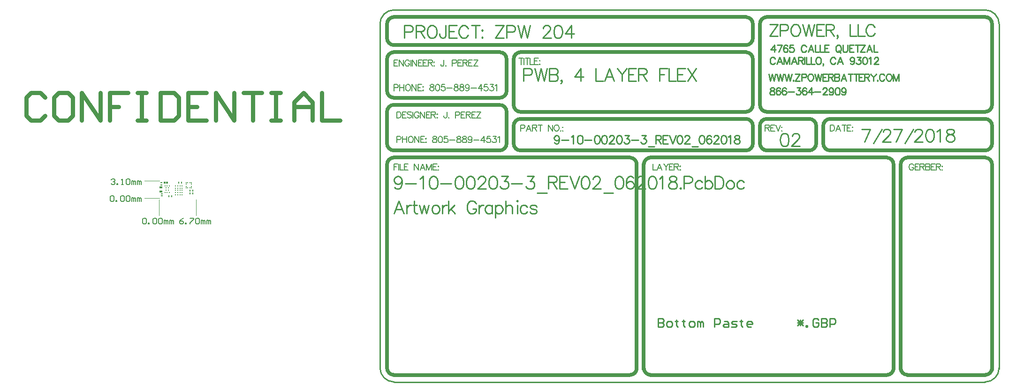
<source format=gbp>
G04*
G04 #@! TF.GenerationSoftware,Altium Limited,Altium Designer,18.1.7 (191)*
G04*
G04 Layer_Color=128*
%FSLAX25Y25*%
%MOIN*%
G70*
G01*
G75*
%ADD10C,0.01000*%
%ADD11C,0.02500*%
%ADD12C,0.00201*%
%ADD13C,0.00900*%
%ADD14C,0.02953*%
%ADD15C,0.00500*%
%ADD16C,0.00600*%
%ADD25R,0.01181X0.00945*%
%ADD26R,0.00984X0.01181*%
%ADD56C,0.00906*%
%ADD57R,0.01968X0.01575*%
%ADD58C,0.00689*%
%ADD59C,0.01063*%
%ADD60R,0.01181X0.01181*%
%ADD61R,0.00945X0.01181*%
D10*
X545208Y214087D02*
Y208089D01*
X548207D01*
X549207Y209088D01*
Y210088D01*
X548207Y211088D01*
X545208D01*
X548207D01*
X549207Y212087D01*
Y213087D01*
X548207Y214087D01*
X545208D01*
X552206Y208089D02*
X554205D01*
X555205Y209088D01*
Y211088D01*
X554205Y212087D01*
X552206D01*
X551206Y211088D01*
Y209088D01*
X552206Y208089D01*
X558204Y213087D02*
Y212087D01*
X557204D01*
X559203D01*
X558204D01*
Y209088D01*
X559203Y208089D01*
X563202Y213087D02*
Y212087D01*
X562203D01*
X564202D01*
X563202D01*
Y209088D01*
X564202Y208089D01*
X568201D02*
X570200D01*
X571200Y209088D01*
Y211088D01*
X570200Y212087D01*
X568201D01*
X567201Y211088D01*
Y209088D01*
X568201Y208089D01*
X573199D02*
Y212087D01*
X574199D01*
X575198Y211088D01*
Y208089D01*
Y211088D01*
X576198Y212087D01*
X577198Y211088D01*
Y208089D01*
X585195D02*
Y214087D01*
X588194D01*
X589194Y213087D01*
Y211088D01*
X588194Y210088D01*
X585195D01*
X592193Y212087D02*
X594192D01*
X595192Y211088D01*
Y208089D01*
X592193D01*
X591193Y209088D01*
X592193Y210088D01*
X595192D01*
X597191Y208089D02*
X600190D01*
X601190Y209088D01*
X600190Y210088D01*
X598191D01*
X597191Y211088D01*
X598191Y212087D01*
X601190D01*
X604189Y213087D02*
Y212087D01*
X603189D01*
X605189D01*
X604189D01*
Y209088D01*
X605189Y208089D01*
X611187D02*
X609187D01*
X608188Y209088D01*
Y211088D01*
X609187Y212087D01*
X611187D01*
X612186Y211088D01*
Y210088D01*
X608188D01*
X644176Y213087D02*
X648175Y209088D01*
X644176D02*
X648175Y213087D01*
X644176Y211088D02*
X648175D01*
X646175Y209088D02*
Y213087D01*
X650174Y208089D02*
Y209088D01*
X651174D01*
Y208089D01*
X650174D01*
X659171Y213087D02*
X658172Y214087D01*
X656172D01*
X655172Y213087D01*
Y209088D01*
X656172Y208089D01*
X658172D01*
X659171Y209088D01*
Y211088D01*
X657172D01*
X661170Y214087D02*
Y208089D01*
X664170D01*
X665169Y209088D01*
Y210088D01*
X664170Y211088D01*
X661170D01*
X664170D01*
X665169Y212087D01*
Y213087D01*
X664170Y214087D01*
X661170D01*
X667169Y208089D02*
Y214087D01*
X670168D01*
X671167Y213087D01*
Y211088D01*
X670168Y210088D01*
X667169D01*
X787532Y423682D02*
G03*
X777532Y433682I-10000J0D01*
G01*
Y168921D02*
G03*
X787532Y178921I0J10000D01*
G01*
X347532Y179022D02*
G03*
X357455Y168923I10100J0D01*
G01*
X357532Y433682D02*
G03*
X347532Y423682I0J-10000D01*
G01*
X357532Y168922D02*
X777532D01*
X357532Y433682D02*
X777532D01*
X787532Y178236D02*
Y423682D01*
X347532Y178727D02*
Y423682D01*
D11*
X530032Y323682D02*
G03*
X525032Y328682I-5000J0D01*
G01*
X525148Y173921D02*
G03*
X530030Y178889I84J4800D01*
G01*
X540032Y328682D02*
G03*
X535032Y323682I0J-5000D01*
G01*
Y178921D02*
G03*
X539944Y173922I5000J0D01*
G01*
X712532Y323682D02*
G03*
X707532Y328682I-5000J0D01*
G01*
X707648Y173921D02*
G03*
X712530Y178889I84J4800D01*
G01*
X717532Y178822D02*
G03*
X722517Y173922I4900J0D01*
G01*
X722532Y328682D02*
G03*
X717532Y323682I0J-5000D01*
G01*
X437532Y398782D02*
G03*
X432632Y403682I-4900J0D01*
G01*
X432732Y371182D02*
G03*
X437532Y375982I0J4800D01*
G01*
Y361282D02*
G03*
X432461Y366179I-4900J0D01*
G01*
X442532Y366082D02*
G03*
X447432Y361182I4900J0D01*
G01*
X442532Y338582D02*
G03*
X447432Y333682I4900J0D01*
G01*
X432632D02*
G03*
X437532Y338582I0J4900D01*
G01*
X612532Y351282D02*
G03*
X607632Y356182I-4900J0D01*
G01*
Y333682D02*
G03*
X612531Y338668I0J4900D01*
G01*
X617532Y338782D02*
G03*
X622543Y333683I5100J0D01*
G01*
X622332Y356182D02*
G03*
X617538Y351131I0J-4800D01*
G01*
X447532Y356182D02*
G03*
X442532Y351182I0J-5000D01*
G01*
X447532Y403682D02*
G03*
X442532Y398682I0J-5000D01*
G01*
X352532Y338682D02*
G03*
X357444Y333683I5000J0D01*
G01*
X357532Y366182D02*
G03*
X352532Y361182I0J-5000D01*
G01*
Y376182D02*
G03*
X357532Y371182I5000J0D01*
G01*
Y403682D02*
G03*
X352532Y398682I0J-5000D01*
G01*
Y413682D02*
G03*
X357532Y408682I5000J0D01*
G01*
Y428682D02*
G03*
X352532Y423682I0J-5000D01*
G01*
X612532D02*
G03*
X607532Y428682I-5000J0D01*
G01*
X622532D02*
G03*
X617532Y423682I0J-5000D01*
G01*
X607532Y408682D02*
G03*
X612532Y413682I0J5000D01*
G01*
Y398682D02*
G03*
X607532Y403682I-5000J0D01*
G01*
X357532Y328682D02*
G03*
X352532Y323682I0J-5000D01*
G01*
X607619Y361182D02*
G03*
X612533Y366182I-87J5000D01*
G01*
X352532Y178921D02*
G03*
X357444Y173922I5000J0D01*
G01*
X657532Y351282D02*
G03*
X652632Y356182I-4900J0D01*
G01*
X652532Y333682D02*
G03*
X657532Y338682I0J5000D01*
G01*
X777532Y173922D02*
G03*
X782532Y178921I0J5000D01*
G01*
X782532Y323770D02*
G03*
X777532Y328683I-5000J-87D01*
G01*
Y333682D02*
G03*
X782532Y338682I0J5000D01*
G01*
Y423782D02*
G03*
X777461Y428679I-4900J0D01*
G01*
X617532Y366182D02*
G03*
X622532Y361182I5000J0D01*
G01*
X777532D02*
G03*
X782532Y366182I0J5000D01*
G01*
X667532Y356182D02*
G03*
X662532Y351182I0J-5000D01*
G01*
X782532Y351282D02*
G03*
X777632Y356182I-4900J0D01*
G01*
X662532Y338582D02*
G03*
X667517Y333683I4900J0D01*
G01*
X540032Y173922D02*
X707532D01*
X357532D02*
X525032D01*
X357532Y328682D02*
X525032D01*
X540032D02*
X707532D01*
X722532Y173922D02*
X777532D01*
X722532Y328682D02*
X777532D01*
X357532Y428682D02*
X607532D01*
X357532Y333682D02*
X432532D01*
X357532Y366182D02*
X432532D01*
X357532Y371182D02*
X432532D01*
X357532Y403682D02*
X432532D01*
X357532Y408682D02*
X607532D01*
X447532Y403682D02*
X607532D01*
X447532Y356182D02*
X607532D01*
X447532Y333682D02*
X607532D01*
X622532D02*
X652532D01*
X622532Y356182D02*
X652532D01*
X667532Y333682D02*
X777532D01*
X622532Y428682D02*
X777532D01*
X447532Y361182D02*
X607619D01*
X622532D02*
X777532D01*
X667532Y356182D02*
X777532D01*
X530029Y178972D02*
X530032Y323682D01*
X535032Y178236D02*
Y323682D01*
X712529Y178236D02*
X712532Y323682D01*
X717532Y177990D02*
Y323682D01*
X352532Y338682D02*
Y361182D01*
X437532Y338682D02*
Y361182D01*
X352532Y376182D02*
Y398682D01*
X437532Y376182D02*
Y398682D01*
X352532Y413682D02*
Y423682D01*
X612532Y413682D02*
Y423682D01*
Y366182D02*
Y398682D01*
X442532Y366182D02*
Y398682D01*
X612532Y338682D02*
Y351182D01*
X442532Y338682D02*
Y351182D01*
X617532Y338682D02*
Y351182D01*
X657532Y338682D02*
Y351182D01*
X782532Y177745D02*
Y323682D01*
Y338682D02*
Y351282D01*
X352395Y178727D02*
X352532Y323682D01*
X617532Y366182D02*
Y423682D01*
X782532Y366182D02*
Y423682D01*
X662532Y338682D02*
Y351182D01*
D12*
X190499Y287573D02*
Y298923D01*
X216875Y287573D02*
Y298924D01*
X180061Y299902D02*
X190926D01*
X180061Y312107D02*
X190926D01*
D13*
X627735Y408701D02*
X625355Y405368D01*
X628925D01*
X627735Y408701D02*
Y403702D01*
X633139Y408701D02*
X630758Y403702D01*
X629806Y408701D02*
X633139D01*
X637114Y407986D02*
X636876Y408463D01*
X636162Y408701D01*
X635686D01*
X634972Y408463D01*
X634495Y407748D01*
X634257Y406558D01*
Y405368D01*
X634495Y404416D01*
X634972Y403940D01*
X635686Y403702D01*
X635924D01*
X636638Y403940D01*
X637114Y404416D01*
X637352Y405130D01*
Y405368D01*
X637114Y406082D01*
X636638Y406558D01*
X635924Y406796D01*
X635686D01*
X634972Y406558D01*
X634495Y406082D01*
X634257Y405368D01*
X641304Y408701D02*
X638923D01*
X638685Y406558D01*
X638923Y406796D01*
X639637Y407034D01*
X640351D01*
X641066Y406796D01*
X641542Y406320D01*
X641780Y405606D01*
Y405130D01*
X641542Y404416D01*
X641066Y403940D01*
X640351Y403702D01*
X639637D01*
X638923Y403940D01*
X638685Y404178D01*
X638447Y404654D01*
X650397Y407510D02*
X650159Y407986D01*
X649683Y408463D01*
X649207Y408701D01*
X648254D01*
X647778Y408463D01*
X647302Y407986D01*
X647064Y407510D01*
X646826Y406796D01*
Y405606D01*
X647064Y404892D01*
X647302Y404416D01*
X647778Y403940D01*
X648254Y403702D01*
X649207D01*
X649683Y403940D01*
X650159Y404416D01*
X650397Y404892D01*
X655610Y403702D02*
X653706Y408701D01*
X651801Y403702D01*
X652515Y405368D02*
X654896D01*
X656776Y408701D02*
Y403702D01*
X659633D01*
X660181Y408701D02*
Y403702D01*
X663037D01*
X666679Y408701D02*
X663585D01*
Y403702D01*
X666679D01*
X663585Y406320D02*
X665489D01*
X672868Y408701D02*
X672392Y408463D01*
X671916Y407986D01*
X671678Y407510D01*
X671440Y406796D01*
Y405606D01*
X671678Y404892D01*
X671916Y404416D01*
X672392Y403940D01*
X672868Y403702D01*
X673820D01*
X674297Y403940D01*
X674773Y404416D01*
X675011Y404892D01*
X675249Y405606D01*
Y406796D01*
X675011Y407510D01*
X674773Y407986D01*
X674297Y408463D01*
X673820Y408701D01*
X672868D01*
X673582Y404654D02*
X675011Y403226D01*
X676415Y408701D02*
Y405130D01*
X676653Y404416D01*
X677129Y403940D01*
X677843Y403702D01*
X678319D01*
X679034Y403940D01*
X679510Y404416D01*
X679748Y405130D01*
Y408701D01*
X684223D02*
X681128D01*
Y403702D01*
X684223D01*
X681128Y406320D02*
X683033D01*
X686722Y408701D02*
Y403702D01*
X685056Y408701D02*
X688389D01*
X692316D02*
X688984Y403702D01*
Y408701D02*
X692316D01*
X688984Y403702D02*
X692316D01*
X697244D02*
X695340Y408701D01*
X693435Y403702D01*
X694149Y405368D02*
X696530D01*
X698410Y408701D02*
Y403702D01*
X701267D01*
X628294Y398876D02*
X628056Y399352D01*
X627580Y399828D01*
X627104Y400066D01*
X626152D01*
X625676Y399828D01*
X625200Y399352D01*
X624962Y398876D01*
X624724Y398161D01*
Y396971D01*
X624962Y396257D01*
X625200Y395781D01*
X625676Y395305D01*
X626152Y395067D01*
X627104D01*
X627580Y395305D01*
X628056Y395781D01*
X628294Y396257D01*
X633508Y395067D02*
X631603Y400066D01*
X629699Y395067D01*
X630413Y396733D02*
X632794D01*
X634674Y400066D02*
Y395067D01*
Y400066D02*
X636578Y395067D01*
X638483Y400066D02*
X636578Y395067D01*
X638483Y400066D02*
Y395067D01*
X643720D02*
X641815Y400066D01*
X639911Y395067D01*
X640625Y396733D02*
X643006D01*
X644886Y400066D02*
Y395067D01*
Y400066D02*
X647028D01*
X647743Y399828D01*
X647981Y399590D01*
X648219Y399114D01*
Y398638D01*
X647981Y398161D01*
X647743Y397923D01*
X647028Y397685D01*
X644886D01*
X646552D02*
X648219Y395067D01*
X649338Y400066D02*
Y395067D01*
X650385Y400066D02*
Y395067D01*
X653241D01*
X653789Y400066D02*
Y395067D01*
X656645D01*
X658621Y400066D02*
X658145Y399828D01*
X657669Y399352D01*
X657431Y398876D01*
X657193Y398161D01*
Y396971D01*
X657431Y396257D01*
X657669Y395781D01*
X658145Y395305D01*
X658621Y395067D01*
X659573D01*
X660049Y395305D01*
X660526Y395781D01*
X660764Y396257D01*
X661002Y396971D01*
Y398161D01*
X660764Y398876D01*
X660526Y399352D01*
X660049Y399828D01*
X659573Y400066D01*
X658621D01*
X662644Y395305D02*
X662406Y395067D01*
X662168Y395305D01*
X662406Y395543D01*
X662644Y395305D01*
Y394829D01*
X662406Y394353D01*
X662168Y394115D01*
X671238Y398876D02*
X671000Y399352D01*
X670524Y399828D01*
X670047Y400066D01*
X669095D01*
X668619Y399828D01*
X668143Y399352D01*
X667905Y398876D01*
X667667Y398161D01*
Y396971D01*
X667905Y396257D01*
X668143Y395781D01*
X668619Y395305D01*
X669095Y395067D01*
X670047D01*
X670524Y395305D01*
X671000Y395781D01*
X671238Y396257D01*
X676451Y395067D02*
X674546Y400066D01*
X672642Y395067D01*
X673356Y396733D02*
X675737D01*
X684640Y398399D02*
X684401Y397685D01*
X683925Y397209D01*
X683211Y396971D01*
X682973D01*
X682259Y397209D01*
X681783Y397685D01*
X681545Y398399D01*
Y398638D01*
X681783Y399352D01*
X682259Y399828D01*
X682973Y400066D01*
X683211D01*
X683925Y399828D01*
X684401Y399352D01*
X684640Y398399D01*
Y397209D01*
X684401Y396019D01*
X683925Y395305D01*
X683211Y395067D01*
X682735D01*
X682021Y395305D01*
X681783Y395781D01*
X686472Y400066D02*
X689091D01*
X687663Y398161D01*
X688377D01*
X688853Y397923D01*
X689091Y397685D01*
X689329Y396971D01*
Y396495D01*
X689091Y395781D01*
X688615Y395305D01*
X687901Y395067D01*
X687187D01*
X686472Y395305D01*
X686234Y395543D01*
X685996Y396019D01*
X691876Y400066D02*
X691162Y399828D01*
X690686Y399114D01*
X690448Y397923D01*
Y397209D01*
X690686Y396019D01*
X691162Y395305D01*
X691876Y395067D01*
X692352D01*
X693066Y395305D01*
X693542Y396019D01*
X693780Y397209D01*
Y397923D01*
X693542Y399114D01*
X693066Y399828D01*
X692352Y400066D01*
X691876D01*
X694899Y399114D02*
X695375Y399352D01*
X696089Y400066D01*
Y395067D01*
X698803Y398876D02*
Y399114D01*
X699041Y399590D01*
X699279Y399828D01*
X699755Y400066D01*
X700707D01*
X701184Y399828D01*
X701422Y399590D01*
X701660Y399114D01*
Y398638D01*
X701422Y398161D01*
X700946Y397447D01*
X698565Y395067D01*
X701898D01*
X365032Y417967D02*
X368888D01*
X370173Y418396D01*
X370602Y418824D01*
X371030Y419681D01*
Y420966D01*
X370602Y421824D01*
X370173Y422252D01*
X368888Y422680D01*
X365032D01*
Y413682D01*
X373044Y422680D02*
Y413682D01*
Y422680D02*
X376901D01*
X378186Y422252D01*
X378614Y421824D01*
X379043Y420966D01*
Y420110D01*
X378614Y419253D01*
X378186Y418824D01*
X376901Y418396D01*
X373044D01*
X376044D02*
X379043Y413682D01*
X383628Y422680D02*
X382771Y422252D01*
X381914Y421395D01*
X381485Y420538D01*
X381057Y419253D01*
Y417110D01*
X381485Y415825D01*
X381914Y414968D01*
X382771Y414111D01*
X383628Y413682D01*
X385342D01*
X386198Y414111D01*
X387055Y414968D01*
X387484Y415825D01*
X387912Y417110D01*
Y419253D01*
X387484Y420538D01*
X387055Y421395D01*
X386198Y422252D01*
X385342Y422680D01*
X383628D01*
X394297D02*
Y415825D01*
X393868Y414539D01*
X393440Y414111D01*
X392583Y413682D01*
X391726D01*
X390869Y414111D01*
X390441Y414539D01*
X390012Y415825D01*
Y416682D01*
X402181Y422680D02*
X396611D01*
Y413682D01*
X402181D01*
X396611Y418396D02*
X400038D01*
X410108Y420538D02*
X409679Y421395D01*
X408822Y422252D01*
X407965Y422680D01*
X406251D01*
X405394Y422252D01*
X404537Y421395D01*
X404109Y420538D01*
X403681Y419253D01*
Y417110D01*
X404109Y415825D01*
X404537Y414968D01*
X405394Y414111D01*
X406251Y413682D01*
X407965D01*
X408822Y414111D01*
X409679Y414968D01*
X410108Y415825D01*
X415635Y422680D02*
Y413682D01*
X412636Y422680D02*
X418634D01*
X420134Y419681D02*
X419706Y419253D01*
X420134Y418824D01*
X420563Y419253D01*
X420134Y419681D01*
Y414539D02*
X419706Y414111D01*
X420134Y413682D01*
X420563Y414111D01*
X420134Y414539D01*
X435602Y422680D02*
X429603Y413682D01*
Y422680D02*
X435602D01*
X429603Y413682D02*
X435602D01*
X437616Y417967D02*
X441472D01*
X442758Y418396D01*
X443186Y418824D01*
X443615Y419681D01*
Y420966D01*
X443186Y421824D01*
X442758Y422252D01*
X441472Y422680D01*
X437616D01*
Y413682D01*
X445629Y422680D02*
X447771Y413682D01*
X449913Y422680D02*
X447771Y413682D01*
X449913Y422680D02*
X452056Y413682D01*
X454198Y422680D02*
X452056Y413682D01*
X463496Y420538D02*
Y420966D01*
X463925Y421824D01*
X464353Y422252D01*
X465210Y422680D01*
X466924D01*
X467781Y422252D01*
X468210Y421824D01*
X468638Y420966D01*
Y420110D01*
X468210Y419253D01*
X467352Y417967D01*
X463068Y413682D01*
X469066D01*
X473651Y422680D02*
X472366Y422252D01*
X471509Y420966D01*
X471080Y418824D01*
Y417539D01*
X471509Y415396D01*
X472366Y414111D01*
X473651Y413682D01*
X474508D01*
X475794Y414111D01*
X476650Y415396D01*
X477079Y417539D01*
Y418824D01*
X476650Y420966D01*
X475794Y422252D01*
X474508Y422680D01*
X473651D01*
X483378D02*
X479093Y416682D01*
X485520D01*
X483378Y422680D02*
Y413682D01*
X623824Y388273D02*
X625014Y383274D01*
X626204Y388273D02*
X625014Y383274D01*
X626204Y388273D02*
X627394Y383274D01*
X628585Y388273D02*
X627394Y383274D01*
X629585Y388273D02*
X630775Y383274D01*
X631965Y388273D02*
X630775Y383274D01*
X631965Y388273D02*
X633155Y383274D01*
X634345Y388273D02*
X633155Y383274D01*
X635345Y388273D02*
X636535Y383274D01*
X637726Y388273D02*
X636535Y383274D01*
X637726Y388273D02*
X638916Y383274D01*
X640106Y388273D02*
X638916Y383274D01*
X641344Y383750D02*
X641106Y383512D01*
X641344Y383274D01*
X641582Y383512D01*
X641344Y383750D01*
X646009Y388273D02*
X642677Y383274D01*
Y388273D02*
X646009D01*
X642677Y383274D02*
X646009D01*
X647128Y385654D02*
X649271D01*
X649985Y385892D01*
X650223Y386130D01*
X650461Y386606D01*
Y387320D01*
X650223Y387797D01*
X649985Y388035D01*
X649271Y388273D01*
X647128D01*
Y383274D01*
X653008Y388273D02*
X652532Y388035D01*
X652056Y387559D01*
X651818Y387082D01*
X651580Y386368D01*
Y385178D01*
X651818Y384464D01*
X652056Y383988D01*
X652532Y383512D01*
X653008Y383274D01*
X653960D01*
X654436Y383512D01*
X654912Y383988D01*
X655150Y384464D01*
X655388Y385178D01*
Y386368D01*
X655150Y387082D01*
X654912Y387559D01*
X654436Y388035D01*
X653960Y388273D01*
X653008D01*
X656555D02*
X657745Y383274D01*
X658935Y388273D02*
X657745Y383274D01*
X658935Y388273D02*
X660125Y383274D01*
X661316Y388273D02*
X660125Y383274D01*
X665410Y388273D02*
X662316D01*
Y383274D01*
X665410D01*
X662316Y385892D02*
X664220D01*
X666243Y388273D02*
Y383274D01*
Y388273D02*
X668386D01*
X669100Y388035D01*
X669338Y387797D01*
X669576Y387320D01*
Y386844D01*
X669338Y386368D01*
X669100Y386130D01*
X668386Y385892D01*
X666243D01*
X667910D02*
X669576Y383274D01*
X670695Y388273D02*
Y383274D01*
Y388273D02*
X672837D01*
X673551Y388035D01*
X673789Y387797D01*
X674027Y387320D01*
Y386844D01*
X673789Y386368D01*
X673551Y386130D01*
X672837Y385892D01*
X670695D02*
X672837D01*
X673551Y385654D01*
X673789Y385416D01*
X674027Y384940D01*
Y384226D01*
X673789Y383750D01*
X673551Y383512D01*
X672837Y383274D01*
X670695D01*
X678955D02*
X677050Y388273D01*
X675146Y383274D01*
X675860Y384940D02*
X678241D01*
X681788Y388273D02*
Y383274D01*
X680121Y388273D02*
X683454D01*
X685715D02*
Y383274D01*
X684049Y388273D02*
X687382D01*
X691071D02*
X687977D01*
Y383274D01*
X691071D01*
X687977Y385892D02*
X689881D01*
X691904Y388273D02*
Y383274D01*
Y388273D02*
X694047D01*
X694761Y388035D01*
X694999Y387797D01*
X695237Y387320D01*
Y386844D01*
X694999Y386368D01*
X694761Y386130D01*
X694047Y385892D01*
X691904D01*
X693571D02*
X695237Y383274D01*
X696356Y388273D02*
X698260Y385892D01*
Y383274D01*
X700165Y388273D02*
X698260Y385892D01*
X701045Y383750D02*
X700807Y383512D01*
X701045Y383274D01*
X701283Y383512D01*
X701045Y383750D01*
X705949Y387082D02*
X705711Y387559D01*
X705235Y388035D01*
X704759Y388273D01*
X703807D01*
X703331Y388035D01*
X702854Y387559D01*
X702616Y387082D01*
X702378Y386368D01*
Y385178D01*
X702616Y384464D01*
X702854Y383988D01*
X703331Y383512D01*
X703807Y383274D01*
X704759D01*
X705235Y383512D01*
X705711Y383988D01*
X705949Y384464D01*
X708782Y388273D02*
X708306Y388035D01*
X707830Y387559D01*
X707592Y387082D01*
X707353Y386368D01*
Y385178D01*
X707592Y384464D01*
X707830Y383988D01*
X708306Y383512D01*
X708782Y383274D01*
X709734D01*
X710210Y383512D01*
X710686Y383988D01*
X710924Y384464D01*
X711162Y385178D01*
Y386368D01*
X710924Y387082D01*
X710686Y387559D01*
X710210Y388035D01*
X709734Y388273D01*
X708782D01*
X712329D02*
Y383274D01*
Y388273D02*
X714233Y383274D01*
X716137Y388273D02*
X714233Y383274D01*
X716137Y388273D02*
Y383274D01*
X474980Y342441D02*
X474699Y341597D01*
X474136Y341035D01*
X473293Y340754D01*
X473012D01*
X472168Y341035D01*
X471606Y341597D01*
X471325Y342441D01*
Y342722D01*
X471606Y343565D01*
X472168Y344128D01*
X473012Y344409D01*
X473293D01*
X474136Y344128D01*
X474699Y343565D01*
X474980Y342441D01*
Y341035D01*
X474699Y339629D01*
X474136Y338786D01*
X473293Y338505D01*
X472731D01*
X471887Y338786D01*
X471606Y339348D01*
X476583Y341035D02*
X481643D01*
X483387Y343284D02*
X483949Y343565D01*
X484792Y344409D01*
Y338505D01*
X489403Y344409D02*
X488560Y344128D01*
X487997Y343284D01*
X487716Y341879D01*
Y341035D01*
X487997Y339629D01*
X488560Y338786D01*
X489403Y338505D01*
X489965D01*
X490809Y338786D01*
X491371Y339629D01*
X491652Y341035D01*
Y341879D01*
X491371Y343284D01*
X490809Y344128D01*
X489965Y344409D01*
X489403D01*
X492974Y341035D02*
X498035D01*
X501465Y344409D02*
X500621Y344128D01*
X500059Y343284D01*
X499778Y341879D01*
Y341035D01*
X500059Y339629D01*
X500621Y338786D01*
X501465Y338505D01*
X502027D01*
X502871Y338786D01*
X503433Y339629D01*
X503714Y341035D01*
Y341879D01*
X503433Y343284D01*
X502871Y344128D01*
X502027Y344409D01*
X501465D01*
X506722D02*
X505879Y344128D01*
X505317Y343284D01*
X505035Y341879D01*
Y341035D01*
X505317Y339629D01*
X505879Y338786D01*
X506722Y338505D01*
X507285D01*
X508128Y338786D01*
X508690Y339629D01*
X508972Y341035D01*
Y341879D01*
X508690Y343284D01*
X508128Y344128D01*
X507285Y344409D01*
X506722D01*
X510574Y343003D02*
Y343284D01*
X510855Y343847D01*
X511136Y344128D01*
X511699Y344409D01*
X512823D01*
X513386Y344128D01*
X513667Y343847D01*
X513948Y343284D01*
Y342722D01*
X513667Y342160D01*
X513105Y341316D01*
X510293Y338505D01*
X514229D01*
X517238Y344409D02*
X516394Y344128D01*
X515832Y343284D01*
X515551Y341879D01*
Y341035D01*
X515832Y339629D01*
X516394Y338786D01*
X517238Y338505D01*
X517800D01*
X518643Y338786D01*
X519206Y339629D01*
X519487Y341035D01*
Y341879D01*
X519206Y343284D01*
X518643Y344128D01*
X517800Y344409D01*
X517238D01*
X521371D02*
X524463D01*
X522776Y342160D01*
X523620D01*
X524182Y341879D01*
X524463Y341597D01*
X524744Y340754D01*
Y340192D01*
X524463Y339348D01*
X523901Y338786D01*
X523057Y338505D01*
X522214D01*
X521371Y338786D01*
X521089Y339067D01*
X520808Y339629D01*
X526066Y341035D02*
X531127D01*
X533432Y344409D02*
X536525D01*
X534838Y342160D01*
X535681D01*
X536244Y341879D01*
X536525Y341597D01*
X536806Y340754D01*
Y340192D01*
X536525Y339348D01*
X535962Y338786D01*
X535119Y338505D01*
X534275D01*
X533432Y338786D01*
X533151Y339067D01*
X532870Y339629D01*
X538127Y336537D02*
X542626D01*
X543385Y344409D02*
Y338505D01*
Y344409D02*
X545915D01*
X546759Y344128D01*
X547040Y343847D01*
X547321Y343284D01*
Y342722D01*
X547040Y342160D01*
X546759Y341879D01*
X545915Y341597D01*
X543385D01*
X545353D02*
X547321Y338505D01*
X552297Y344409D02*
X548642D01*
Y338505D01*
X552297D01*
X548642Y341597D02*
X550892D01*
X553281Y344409D02*
X555531Y338505D01*
X557780Y344409D02*
X555531Y338505D01*
X560226Y344409D02*
X559383Y344128D01*
X558820Y343284D01*
X558539Y341879D01*
Y341035D01*
X558820Y339629D01*
X559383Y338786D01*
X560226Y338505D01*
X560788D01*
X561632Y338786D01*
X562194Y339629D01*
X562475Y341035D01*
Y341879D01*
X562194Y343284D01*
X561632Y344128D01*
X560788Y344409D01*
X560226D01*
X564078Y343003D02*
Y343284D01*
X564359Y343847D01*
X564640Y344128D01*
X565203Y344409D01*
X566327D01*
X566889Y344128D01*
X567171Y343847D01*
X567452Y343284D01*
Y342722D01*
X567171Y342160D01*
X566608Y341316D01*
X563797Y338505D01*
X567733D01*
X569054Y336537D02*
X573553D01*
X575999Y344409D02*
X575155Y344128D01*
X574593Y343284D01*
X574312Y341879D01*
Y341035D01*
X574593Y339629D01*
X575155Y338786D01*
X575999Y338505D01*
X576561D01*
X577405Y338786D01*
X577967Y339629D01*
X578248Y341035D01*
Y341879D01*
X577967Y343284D01*
X577405Y344128D01*
X576561Y344409D01*
X575999D01*
X582943Y343565D02*
X582662Y344128D01*
X581819Y344409D01*
X581256D01*
X580413Y344128D01*
X579851Y343284D01*
X579569Y341879D01*
Y340473D01*
X579851Y339348D01*
X580413Y338786D01*
X581256Y338505D01*
X581538D01*
X582381Y338786D01*
X582943Y339348D01*
X583224Y340192D01*
Y340473D01*
X582943Y341316D01*
X582381Y341879D01*
X581538Y342160D01*
X581256D01*
X580413Y341879D01*
X579851Y341316D01*
X579569Y340473D01*
X584799Y343003D02*
Y343284D01*
X585080Y343847D01*
X585361Y344128D01*
X585924Y344409D01*
X587048D01*
X587610Y344128D01*
X587892Y343847D01*
X588173Y343284D01*
Y342722D01*
X587892Y342160D01*
X587329Y341316D01*
X584518Y338505D01*
X588454D01*
X591462Y344409D02*
X590619Y344128D01*
X590057Y343284D01*
X589775Y341879D01*
Y341035D01*
X590057Y339629D01*
X590619Y338786D01*
X591462Y338505D01*
X592025D01*
X592868Y338786D01*
X593430Y339629D01*
X593712Y341035D01*
Y341879D01*
X593430Y343284D01*
X592868Y344128D01*
X592025Y344409D01*
X591462D01*
X595033Y343284D02*
X595595Y343565D01*
X596439Y344409D01*
Y338505D01*
X600769Y344409D02*
X599925Y344128D01*
X599644Y343565D01*
Y343003D01*
X599925Y342441D01*
X600487Y342160D01*
X601612Y341879D01*
X602456Y341597D01*
X603018Y341035D01*
X603299Y340473D01*
Y339629D01*
X603018Y339067D01*
X602737Y338786D01*
X601893Y338505D01*
X600769D01*
X599925Y338786D01*
X599644Y339067D01*
X599363Y339629D01*
Y340473D01*
X599644Y341035D01*
X600206Y341597D01*
X601050Y341879D01*
X602174Y342160D01*
X602737Y342441D01*
X603018Y343003D01*
Y343565D01*
X602737Y344128D01*
X601893Y344409D01*
X600769D01*
X449639Y387342D02*
X453495D01*
X454780Y387771D01*
X455209Y388199D01*
X455638Y389056D01*
Y390341D01*
X455209Y391198D01*
X454780Y391627D01*
X453495Y392055D01*
X449639D01*
Y383057D01*
X457651Y392055D02*
X459794Y383057D01*
X461936Y392055D02*
X459794Y383057D01*
X461936Y392055D02*
X464079Y383057D01*
X466221Y392055D02*
X464079Y383057D01*
X468020Y392055D02*
Y383057D01*
Y392055D02*
X471877D01*
X473162Y391627D01*
X473591Y391198D01*
X474019Y390341D01*
Y389484D01*
X473591Y388627D01*
X473162Y388199D01*
X471877Y387771D01*
X468020D02*
X471877D01*
X473162Y387342D01*
X473591Y386913D01*
X474019Y386057D01*
Y384771D01*
X473591Y383914D01*
X473162Y383486D01*
X471877Y383057D01*
X468020D01*
X476890Y383486D02*
X476462Y383057D01*
X476033Y383486D01*
X476462Y383914D01*
X476890Y383486D01*
Y382629D01*
X476462Y381772D01*
X476033Y381343D01*
X490216Y392055D02*
X485931Y386057D01*
X492358D01*
X490216Y392055D02*
Y383057D01*
X501014Y392055D02*
Y383057D01*
X506155D01*
X513996D02*
X510569Y392055D01*
X507141Y383057D01*
X508426Y386057D02*
X512711D01*
X516096Y392055D02*
X519524Y387771D01*
Y383057D01*
X522952Y392055D02*
X519524Y387771D01*
X529679Y392055D02*
X524109D01*
Y383057D01*
X529679D01*
X524109Y387771D02*
X527536D01*
X531178Y392055D02*
Y383057D01*
Y392055D02*
X535035D01*
X536320Y391627D01*
X536749Y391198D01*
X537177Y390341D01*
Y389484D01*
X536749Y388627D01*
X536320Y388199D01*
X535035Y387771D01*
X531178D01*
X534178D02*
X537177Y383057D01*
X546261Y392055D02*
Y383057D01*
Y392055D02*
X551831D01*
X546261Y387771D02*
X549689D01*
X552859Y392055D02*
Y383057D01*
X558001D01*
X564557Y392055D02*
X558987D01*
Y383057D01*
X564557D01*
X558987Y387771D02*
X562415D01*
X566057Y392055D02*
X572055Y383057D01*
Y392055D02*
X566057Y383057D01*
X363102Y312281D02*
X362673Y310996D01*
X361817Y310139D01*
X360531Y309710D01*
X360103D01*
X358817Y310139D01*
X357960Y310996D01*
X357532Y312281D01*
Y312710D01*
X357960Y313995D01*
X358817Y314852D01*
X360103Y315281D01*
X360531D01*
X361817Y314852D01*
X362673Y313995D01*
X363102Y312281D01*
Y310139D01*
X362673Y307996D01*
X361817Y306711D01*
X360531Y306282D01*
X359674D01*
X358389Y306711D01*
X357960Y307568D01*
X365544Y310139D02*
X373257D01*
X375913Y313567D02*
X376770Y313995D01*
X378056Y315281D01*
Y306282D01*
X385083Y315281D02*
X383798Y314852D01*
X382941Y313567D01*
X382512Y311424D01*
Y310139D01*
X382941Y307996D01*
X383798Y306711D01*
X385083Y306282D01*
X385940D01*
X387225Y306711D01*
X388082Y307996D01*
X388511Y310139D01*
Y311424D01*
X388082Y313567D01*
X387225Y314852D01*
X385940Y315281D01*
X385083D01*
X390525Y310139D02*
X398237D01*
X403465Y315281D02*
X402179Y314852D01*
X401322Y313567D01*
X400894Y311424D01*
Y310139D01*
X401322Y307996D01*
X402179Y306711D01*
X403465Y306282D01*
X404322D01*
X405607Y306711D01*
X406464Y307996D01*
X406892Y310139D01*
Y311424D01*
X406464Y313567D01*
X405607Y314852D01*
X404322Y315281D01*
X403465D01*
X411477D02*
X410192Y314852D01*
X409335Y313567D01*
X408906Y311424D01*
Y310139D01*
X409335Y307996D01*
X410192Y306711D01*
X411477Y306282D01*
X412334D01*
X413620Y306711D01*
X414477Y307996D01*
X414905Y310139D01*
Y311424D01*
X414477Y313567D01*
X413620Y314852D01*
X412334Y315281D01*
X411477D01*
X417347Y313138D02*
Y313567D01*
X417776Y314423D01*
X418204Y314852D01*
X419061Y315281D01*
X420775D01*
X421632Y314852D01*
X422061Y314423D01*
X422489Y313567D01*
Y312710D01*
X422061Y311853D01*
X421204Y310567D01*
X416919Y306282D01*
X422918D01*
X427502Y315281D02*
X426217Y314852D01*
X425360Y313567D01*
X424931Y311424D01*
Y310139D01*
X425360Y307996D01*
X426217Y306711D01*
X427502Y306282D01*
X428359D01*
X429645Y306711D01*
X430502Y307996D01*
X430930Y310139D01*
Y311424D01*
X430502Y313567D01*
X429645Y314852D01*
X428359Y315281D01*
X427502D01*
X433801D02*
X438514D01*
X435944Y311853D01*
X437229D01*
X438086Y311424D01*
X438514Y310996D01*
X438943Y309710D01*
Y308853D01*
X438514Y307568D01*
X437657Y306711D01*
X436372Y306282D01*
X435086D01*
X433801Y306711D01*
X433373Y307139D01*
X432944Y307996D01*
X440957Y310139D02*
X448669D01*
X452183Y315281D02*
X456896D01*
X454325Y311853D01*
X455611D01*
X456468Y311424D01*
X456896Y310996D01*
X457325Y309710D01*
Y308853D01*
X456896Y307568D01*
X456039Y306711D01*
X454754Y306282D01*
X453468D01*
X452183Y306711D01*
X451754Y307139D01*
X451326Y307996D01*
X459338Y303283D02*
X466194D01*
X467351Y315281D02*
Y306282D01*
Y315281D02*
X471207D01*
X472493Y314852D01*
X472921Y314423D01*
X473350Y313567D01*
Y312710D01*
X472921Y311853D01*
X472493Y311424D01*
X471207Y310996D01*
X467351D01*
X470350D02*
X473350Y306282D01*
X480934Y315281D02*
X475364D01*
Y306282D01*
X480934D01*
X475364Y310996D02*
X478791D01*
X482434Y315281D02*
X485861Y306282D01*
X489289Y315281D02*
X485861Y306282D01*
X493017Y315281D02*
X491732Y314852D01*
X490874Y313567D01*
X490446Y311424D01*
Y310139D01*
X490874Y307996D01*
X491732Y306711D01*
X493017Y306282D01*
X493874D01*
X495159Y306711D01*
X496016Y307996D01*
X496445Y310139D01*
Y311424D01*
X496016Y313567D01*
X495159Y314852D01*
X493874Y315281D01*
X493017D01*
X498887Y313138D02*
Y313567D01*
X499316Y314423D01*
X499744Y314852D01*
X500601Y315281D01*
X502315D01*
X503172Y314852D01*
X503600Y314423D01*
X504029Y313567D01*
Y312710D01*
X503600Y311853D01*
X502743Y310567D01*
X498459Y306282D01*
X504457D01*
X506471Y303283D02*
X513327D01*
X517055Y315281D02*
X515769Y314852D01*
X514912Y313567D01*
X514484Y311424D01*
Y310139D01*
X514912Y307996D01*
X515769Y306711D01*
X517055Y306282D01*
X517912D01*
X519197Y306711D01*
X520054Y307996D01*
X520482Y310139D01*
Y311424D01*
X520054Y313567D01*
X519197Y314852D01*
X517912Y315281D01*
X517055D01*
X527638Y313995D02*
X527210Y314852D01*
X525924Y315281D01*
X525067D01*
X523782Y314852D01*
X522925Y313567D01*
X522496Y311424D01*
Y309282D01*
X522925Y307568D01*
X523782Y306711D01*
X525067Y306282D01*
X525496D01*
X526781Y306711D01*
X527638Y307568D01*
X528067Y308853D01*
Y309282D01*
X527638Y310567D01*
X526781Y311424D01*
X525496Y311853D01*
X525067D01*
X523782Y311424D01*
X522925Y310567D01*
X522496Y309282D01*
X530466Y313138D02*
Y313567D01*
X530895Y314423D01*
X531323Y314852D01*
X532180Y315281D01*
X533894D01*
X534751Y314852D01*
X535179Y314423D01*
X535608Y313567D01*
Y312710D01*
X535179Y311853D01*
X534322Y310567D01*
X530038Y306282D01*
X536036D01*
X540621Y315281D02*
X539336Y314852D01*
X538479Y313567D01*
X538050Y311424D01*
Y310139D01*
X538479Y307996D01*
X539336Y306711D01*
X540621Y306282D01*
X541478D01*
X542763Y306711D01*
X543620Y307996D01*
X544049Y310139D01*
Y311424D01*
X543620Y313567D01*
X542763Y314852D01*
X541478Y315281D01*
X540621D01*
X546063Y313567D02*
X546920Y313995D01*
X548205Y315281D01*
Y306282D01*
X554804Y315281D02*
X553518Y314852D01*
X553090Y313995D01*
Y313138D01*
X553518Y312281D01*
X554375Y311853D01*
X556089Y311424D01*
X557375Y310996D01*
X558231Y310139D01*
X558660Y309282D01*
Y307996D01*
X558231Y307139D01*
X557803Y306711D01*
X556518Y306282D01*
X554804D01*
X553518Y306711D01*
X553090Y307139D01*
X552661Y307996D01*
Y309282D01*
X553090Y310139D01*
X553947Y310996D01*
X555232Y311424D01*
X556946Y311853D01*
X557803Y312281D01*
X558231Y313138D01*
Y313995D01*
X557803Y314852D01*
X556518Y315281D01*
X554804D01*
X561102Y307139D02*
X560674Y306711D01*
X561102Y306282D01*
X561531Y306711D01*
X561102Y307139D01*
X563502Y310567D02*
X567358D01*
X568644Y310996D01*
X569072Y311424D01*
X569501Y312281D01*
Y313567D01*
X569072Y314423D01*
X568644Y314852D01*
X567358Y315281D01*
X563502D01*
Y306282D01*
X576656Y310996D02*
X575799Y311853D01*
X574942Y312281D01*
X573657D01*
X572800Y311853D01*
X571943Y310996D01*
X571514Y309710D01*
Y308853D01*
X571943Y307568D01*
X572800Y306711D01*
X573657Y306282D01*
X574942D01*
X575799Y306711D01*
X576656Y307568D01*
X578584Y315281D02*
Y306282D01*
Y310996D02*
X579441Y311853D01*
X580298Y312281D01*
X581584D01*
X582441Y311853D01*
X583298Y310996D01*
X583726Y309710D01*
Y308853D01*
X583298Y307568D01*
X582441Y306711D01*
X581584Y306282D01*
X580298D01*
X579441Y306711D01*
X578584Y307568D01*
X585654Y315281D02*
Y306282D01*
Y315281D02*
X588654D01*
X589939Y314852D01*
X590796Y313995D01*
X591224Y313138D01*
X591653Y311853D01*
Y309710D01*
X591224Y308425D01*
X590796Y307568D01*
X589939Y306711D01*
X588654Y306282D01*
X585654D01*
X595809Y312281D02*
X594952Y311853D01*
X594095Y310996D01*
X593667Y309710D01*
Y308853D01*
X594095Y307568D01*
X594952Y306711D01*
X595809Y306282D01*
X597095D01*
X597952Y306711D01*
X598809Y307568D01*
X599237Y308853D01*
Y309710D01*
X598809Y310996D01*
X597952Y311853D01*
X597095Y312281D01*
X595809D01*
X606350Y310996D02*
X605493Y311853D01*
X604636Y312281D01*
X603350D01*
X602493Y311853D01*
X601637Y310996D01*
X601208Y309710D01*
Y308853D01*
X601637Y307568D01*
X602493Y306711D01*
X603350Y306282D01*
X604636D01*
X605493Y306711D01*
X606350Y307568D01*
X364387Y288782D02*
X360960Y297780D01*
X357532Y288782D01*
X358817Y291782D02*
X363102D01*
X366487Y294781D02*
Y288782D01*
Y292210D02*
X366915Y293496D01*
X367772Y294353D01*
X368629Y294781D01*
X369915D01*
X372014Y297780D02*
Y290496D01*
X372443Y289211D01*
X373300Y288782D01*
X374157D01*
X370729Y294781D02*
X373728D01*
X375442D02*
X377156Y288782D01*
X378870Y294781D02*
X377156Y288782D01*
X378870Y294781D02*
X380584Y288782D01*
X382298Y294781D02*
X380584Y288782D01*
X386540Y294781D02*
X385683Y294353D01*
X384826Y293496D01*
X384397Y292210D01*
Y291353D01*
X384826Y290068D01*
X385683Y289211D01*
X386540Y288782D01*
X387825D01*
X388682Y289211D01*
X389539Y290068D01*
X389968Y291353D01*
Y292210D01*
X389539Y293496D01*
X388682Y294353D01*
X387825Y294781D01*
X386540D01*
X391939D02*
Y288782D01*
Y292210D02*
X392367Y293496D01*
X393224Y294353D01*
X394081Y294781D01*
X395366D01*
X396181Y297780D02*
Y288782D01*
X400465Y294781D02*
X396181Y290496D01*
X397894Y292210D02*
X400894Y288782D01*
X415805Y295638D02*
X415376Y296495D01*
X414519Y297352D01*
X413662Y297780D01*
X411949D01*
X411092Y297352D01*
X410235Y296495D01*
X409806Y295638D01*
X409378Y294353D01*
Y292210D01*
X409806Y290925D01*
X410235Y290068D01*
X411092Y289211D01*
X411949Y288782D01*
X413662D01*
X414519Y289211D01*
X415376Y290068D01*
X415805Y290925D01*
Y292210D01*
X413662D02*
X415805D01*
X417862Y294781D02*
Y288782D01*
Y292210D02*
X418290Y293496D01*
X419147Y294353D01*
X420004Y294781D01*
X421289D01*
X427245D02*
Y288782D01*
Y293496D02*
X426388Y294353D01*
X425531Y294781D01*
X424246D01*
X423389Y294353D01*
X422532Y293496D01*
X422104Y292210D01*
Y291353D01*
X422532Y290068D01*
X423389Y289211D01*
X424246Y288782D01*
X425531D01*
X426388Y289211D01*
X427245Y290068D01*
X429645Y294781D02*
Y285783D01*
Y293496D02*
X430502Y294353D01*
X431359Y294781D01*
X432644D01*
X433501Y294353D01*
X434358Y293496D01*
X434787Y292210D01*
Y291353D01*
X434358Y290068D01*
X433501Y289211D01*
X432644Y288782D01*
X431359D01*
X430502Y289211D01*
X429645Y290068D01*
X436715Y297780D02*
Y288782D01*
Y293067D02*
X438000Y294353D01*
X438857Y294781D01*
X440142D01*
X441000Y294353D01*
X441428Y293067D01*
Y288782D01*
X444642Y297780D02*
X445070Y297352D01*
X445499Y297780D01*
X445070Y298209D01*
X444642Y297780D01*
X445070Y294781D02*
Y288782D01*
X452226Y293496D02*
X451369Y294353D01*
X450512Y294781D01*
X449226D01*
X448369Y294353D01*
X447512Y293496D01*
X447084Y292210D01*
Y291353D01*
X447512Y290068D01*
X448369Y289211D01*
X449226Y288782D01*
X450512D01*
X451369Y289211D01*
X452226Y290068D01*
X458867Y293496D02*
X458439Y294353D01*
X457153Y294781D01*
X455868D01*
X454582Y294353D01*
X454154Y293496D01*
X454582Y292639D01*
X455439Y292210D01*
X457582Y291782D01*
X458439Y291353D01*
X458867Y290496D01*
Y290068D01*
X458439Y289211D01*
X457153Y288782D01*
X455868D01*
X454582Y289211D01*
X454154Y290068D01*
X634578Y345791D02*
X633292Y345363D01*
X632436Y344077D01*
X632007Y341935D01*
Y340650D01*
X632436Y338507D01*
X633292Y337222D01*
X634578Y336793D01*
X635435D01*
X636720Y337222D01*
X637577Y338507D01*
X638006Y340650D01*
Y341935D01*
X637577Y344077D01*
X636720Y345363D01*
X635435Y345791D01*
X634578D01*
X640448Y343649D02*
Y344077D01*
X640876Y344934D01*
X641305Y345363D01*
X642162Y345791D01*
X643876D01*
X644733Y345363D01*
X645161Y344934D01*
X645590Y344077D01*
Y343220D01*
X645161Y342363D01*
X644304Y341078D01*
X640020Y336793D01*
X646018D01*
X630100Y423476D02*
X624435Y414977D01*
Y423476D02*
X630100D01*
X624435Y414977D02*
X630100D01*
X632002Y419024D02*
X635644D01*
X636858Y419429D01*
X637263Y419833D01*
X637668Y420643D01*
Y421857D01*
X637263Y422666D01*
X636858Y423071D01*
X635644Y423476D01*
X632002D01*
Y414977D01*
X641998Y423476D02*
X641188Y423071D01*
X640379Y422261D01*
X639974Y421452D01*
X639570Y420238D01*
Y418215D01*
X639974Y417001D01*
X640379Y416191D01*
X641188Y415382D01*
X641998Y414977D01*
X643616D01*
X644426Y415382D01*
X645235Y416191D01*
X645640Y417001D01*
X646044Y418215D01*
Y420238D01*
X645640Y421452D01*
X645235Y422261D01*
X644426Y423071D01*
X643616Y423476D01*
X641998D01*
X648027D02*
X650051Y414977D01*
X652074Y423476D02*
X650051Y414977D01*
X652074Y423476D02*
X654098Y414977D01*
X656121Y423476D02*
X654098Y414977D01*
X663081Y423476D02*
X657821D01*
Y414977D01*
X663081D01*
X657821Y419429D02*
X661058D01*
X664498Y423476D02*
Y414977D01*
Y423476D02*
X668140D01*
X669354Y423071D01*
X669758Y422666D01*
X670163Y421857D01*
Y421047D01*
X669758Y420238D01*
X669354Y419833D01*
X668140Y419429D01*
X664498D01*
X667330D02*
X670163Y414977D01*
X672874Y415382D02*
X672470Y414977D01*
X672065Y415382D01*
X672470Y415787D01*
X672874Y415382D01*
Y414573D01*
X672470Y413763D01*
X672065Y413359D01*
X681413Y423476D02*
Y414977D01*
X686269D01*
X687200Y423476D02*
Y414977D01*
X692056D01*
X699057Y421452D02*
X698652Y422261D01*
X697843Y423071D01*
X697034Y423476D01*
X695415D01*
X694605Y423071D01*
X693796Y422261D01*
X693392Y421452D01*
X692987Y420238D01*
Y418215D01*
X693392Y417001D01*
X693796Y416191D01*
X694605Y415382D01*
X695415Y414977D01*
X697034D01*
X697843Y415382D01*
X698652Y416191D01*
X699057Y417001D01*
X696030Y348931D02*
X691746Y339932D01*
X690032Y348931D02*
X696030D01*
X698044Y338647D02*
X704043Y348931D01*
X705071Y346788D02*
Y347217D01*
X705500Y348074D01*
X705928Y348502D01*
X706785Y348931D01*
X708499D01*
X709356Y348502D01*
X709785Y348074D01*
X710213Y347217D01*
Y346360D01*
X709785Y345503D01*
X708928Y344217D01*
X704643Y339932D01*
X710641D01*
X718654Y348931D02*
X714369Y339932D01*
X712655Y348931D02*
X718654D01*
X720668Y338647D02*
X726667Y348931D01*
X727695Y346788D02*
Y347217D01*
X728124Y348074D01*
X728552Y348502D01*
X729409Y348931D01*
X731123D01*
X731980Y348502D01*
X732408Y348074D01*
X732837Y347217D01*
Y346360D01*
X732408Y345503D01*
X731551Y344217D01*
X727267Y339932D01*
X733265D01*
X737850Y348931D02*
X736565Y348502D01*
X735708Y347217D01*
X735279Y345074D01*
Y343789D01*
X735708Y341646D01*
X736565Y340361D01*
X737850Y339932D01*
X738707D01*
X739992Y340361D01*
X740849Y341646D01*
X741278Y343789D01*
Y345074D01*
X740849Y347217D01*
X739992Y348502D01*
X738707Y348931D01*
X737850D01*
X743292Y347217D02*
X744149Y347645D01*
X745434Y348931D01*
Y339932D01*
X752033Y348931D02*
X750747Y348502D01*
X750319Y347645D01*
Y346788D01*
X750747Y345931D01*
X751604Y345503D01*
X753318Y345074D01*
X754604Y344646D01*
X755461Y343789D01*
X755889Y342932D01*
Y341646D01*
X755461Y340789D01*
X755032Y340361D01*
X753747Y339932D01*
X752033D01*
X750747Y340361D01*
X750319Y340789D01*
X749890Y341646D01*
Y342932D01*
X750319Y343789D01*
X751176Y344646D01*
X752461Y345074D01*
X754175Y345503D01*
X755032Y345931D01*
X755461Y346788D01*
Y347645D01*
X755032Y348502D01*
X753747Y348931D01*
X752033D01*
X625829Y378306D02*
X625115Y378068D01*
X624877Y377592D01*
Y377116D01*
X625115Y376640D01*
X625591Y376402D01*
X626543Y376164D01*
X627257Y375926D01*
X627733Y375450D01*
X627971Y374974D01*
Y374259D01*
X627733Y373783D01*
X627495Y373545D01*
X626781Y373307D01*
X625829D01*
X625115Y373545D01*
X624877Y373783D01*
X624639Y374259D01*
Y374974D01*
X624877Y375450D01*
X625353Y375926D01*
X626067Y376164D01*
X627019Y376402D01*
X627495Y376640D01*
X627733Y377116D01*
Y377592D01*
X627495Y378068D01*
X626781Y378306D01*
X625829D01*
X631947Y377592D02*
X631709Y378068D01*
X630995Y378306D01*
X630518D01*
X629804Y378068D01*
X629328Y377354D01*
X629090Y376164D01*
Y374974D01*
X629328Y374021D01*
X629804Y373545D01*
X630518Y373307D01*
X630757D01*
X631471Y373545D01*
X631947Y374021D01*
X632185Y374735D01*
Y374974D01*
X631947Y375688D01*
X631471Y376164D01*
X630757Y376402D01*
X630518D01*
X629804Y376164D01*
X629328Y375688D01*
X629090Y374974D01*
X636136Y377592D02*
X635898Y378068D01*
X635184Y378306D01*
X634708D01*
X633994Y378068D01*
X633518Y377354D01*
X633280Y376164D01*
Y374974D01*
X633518Y374021D01*
X633994Y373545D01*
X634708Y373307D01*
X634946D01*
X635660Y373545D01*
X636136Y374021D01*
X636374Y374735D01*
Y374974D01*
X636136Y375688D01*
X635660Y376164D01*
X634946Y376402D01*
X634708D01*
X633994Y376164D01*
X633518Y375688D01*
X633280Y374974D01*
X637469Y375450D02*
X641754D01*
X643706Y378306D02*
X646325D01*
X644896Y376402D01*
X645611D01*
X646087Y376164D01*
X646325Y375926D01*
X646563Y375212D01*
Y374735D01*
X646325Y374021D01*
X645849Y373545D01*
X645134Y373307D01*
X644420D01*
X643706Y373545D01*
X643468Y373783D01*
X643230Y374259D01*
X650538Y377592D02*
X650300Y378068D01*
X649586Y378306D01*
X649110D01*
X648396Y378068D01*
X647920Y377354D01*
X647681Y376164D01*
Y374974D01*
X647920Y374021D01*
X648396Y373545D01*
X649110Y373307D01*
X649348D01*
X650062Y373545D01*
X650538Y374021D01*
X650776Y374735D01*
Y374974D01*
X650538Y375688D01*
X650062Y376164D01*
X649348Y376402D01*
X649110D01*
X648396Y376164D01*
X647920Y375688D01*
X647681Y374974D01*
X654251Y378306D02*
X651871Y374974D01*
X655442D01*
X654251Y378306D02*
Y373307D01*
X656322Y375450D02*
X660607D01*
X662321Y377116D02*
Y377354D01*
X662559Y377830D01*
X662797Y378068D01*
X663273Y378306D01*
X664225D01*
X664702Y378068D01*
X664940Y377830D01*
X665178Y377354D01*
Y376878D01*
X664940Y376402D01*
X664464Y375688D01*
X662083Y373307D01*
X665416D01*
X669629Y376640D02*
X669391Y375926D01*
X668915Y375450D01*
X668201Y375212D01*
X667963D01*
X667249Y375450D01*
X666773Y375926D01*
X666535Y376640D01*
Y376878D01*
X666773Y377592D01*
X667249Y378068D01*
X667963Y378306D01*
X668201D01*
X668915Y378068D01*
X669391Y377592D01*
X669629Y376640D01*
Y375450D01*
X669391Y374259D01*
X668915Y373545D01*
X668201Y373307D01*
X667725D01*
X667011Y373545D01*
X666773Y374021D01*
X672414Y378306D02*
X671700Y378068D01*
X671224Y377354D01*
X670986Y376164D01*
Y375450D01*
X671224Y374259D01*
X671700Y373545D01*
X672414Y373307D01*
X672890D01*
X673604Y373545D01*
X674081Y374259D01*
X674319Y375450D01*
Y376164D01*
X674081Y377354D01*
X673604Y378068D01*
X672890Y378306D01*
X672414D01*
X678532Y376640D02*
X678294Y375926D01*
X677818Y375450D01*
X677104Y375212D01*
X676866D01*
X676152Y375450D01*
X675675Y375926D01*
X675437Y376640D01*
Y376878D01*
X675675Y377592D01*
X676152Y378068D01*
X676866Y378306D01*
X677104D01*
X677818Y378068D01*
X678294Y377592D01*
X678532Y376640D01*
Y375450D01*
X678294Y374259D01*
X677818Y373545D01*
X677104Y373307D01*
X676628D01*
X675913Y373545D01*
X675675Y374021D01*
D14*
X109463Y371406D02*
X106183Y374685D01*
X99624D01*
X96344Y371406D01*
Y358286D01*
X99624Y355007D01*
X106183D01*
X109463Y358286D01*
X125862Y374685D02*
X119302D01*
X116023Y371406D01*
Y358286D01*
X119302Y355007D01*
X125862D01*
X129142Y358286D01*
Y371406D01*
X125862Y374685D01*
X135701Y355007D02*
Y374685D01*
X148820Y355007D01*
Y374685D01*
X168499D02*
X155380D01*
Y364846D01*
X161940D01*
X155380D01*
Y355007D01*
X175059Y374685D02*
X181618D01*
X178339D01*
Y355007D01*
X175059D01*
X181618D01*
X191458Y374685D02*
Y355007D01*
X201297D01*
X204577Y358286D01*
Y371406D01*
X201297Y374685D01*
X191458D01*
X224255D02*
X211136D01*
Y355007D01*
X224255D01*
X211136Y364846D02*
X217696D01*
X230815Y355007D02*
Y374685D01*
X243934Y355007D01*
Y374685D01*
X250494D02*
X263613D01*
X257053D01*
Y355007D01*
X270172Y374685D02*
X276732D01*
X273452D01*
Y355007D01*
X270172D01*
X276732D01*
X286571D02*
Y368126D01*
X293131Y374685D01*
X299690Y368126D01*
Y355007D01*
Y364846D01*
X286571D01*
X306250Y374685D02*
Y355007D01*
X319369D01*
D15*
X359474Y341418D02*
X361402D01*
X362045Y341632D01*
X362259Y341846D01*
X362473Y342275D01*
Y342917D01*
X362259Y343346D01*
X362045Y343560D01*
X361402Y343774D01*
X359474D01*
Y339275D01*
X363480Y343774D02*
Y339275D01*
X366480Y343774D02*
Y339275D01*
X363480Y341632D02*
X366480D01*
X369008Y343774D02*
X368579Y343560D01*
X368151Y343132D01*
X367936Y342703D01*
X367722Y342060D01*
Y340989D01*
X367936Y340347D01*
X368151Y339918D01*
X368579Y339490D01*
X369008Y339275D01*
X369865D01*
X370293Y339490D01*
X370722Y339918D01*
X370936Y340347D01*
X371150Y340989D01*
Y342060D01*
X370936Y342703D01*
X370722Y343132D01*
X370293Y343560D01*
X369865Y343774D01*
X369008D01*
X372200D02*
Y339275D01*
Y343774D02*
X375199Y339275D01*
Y343774D02*
Y339275D01*
X379227Y343774D02*
X376442D01*
Y339275D01*
X379227D01*
X376442Y341632D02*
X378156D01*
X380191Y342275D02*
X379977Y342060D01*
X380191Y341846D01*
X380405Y342060D01*
X380191Y342275D01*
Y339704D02*
X379977Y339490D01*
X380191Y339275D01*
X380405Y339490D01*
X380191Y339704D01*
X385997Y343774D02*
X385354Y343560D01*
X385140Y343132D01*
Y342703D01*
X385354Y342275D01*
X385783Y342060D01*
X386640Y341846D01*
X387282Y341632D01*
X387711Y341203D01*
X387925Y340775D01*
Y340132D01*
X387711Y339704D01*
X387497Y339490D01*
X386854Y339275D01*
X385997D01*
X385354Y339490D01*
X385140Y339704D01*
X384926Y340132D01*
Y340775D01*
X385140Y341203D01*
X385568Y341632D01*
X386211Y341846D01*
X387068Y342060D01*
X387497Y342275D01*
X387711Y342703D01*
Y343132D01*
X387497Y343560D01*
X386854Y343774D01*
X385997D01*
X390217D02*
X389575Y343560D01*
X389146Y342917D01*
X388932Y341846D01*
Y341203D01*
X389146Y340132D01*
X389575Y339490D01*
X390217Y339275D01*
X390646D01*
X391289Y339490D01*
X391717Y340132D01*
X391931Y341203D01*
Y341846D01*
X391717Y342917D01*
X391289Y343560D01*
X390646Y343774D01*
X390217D01*
X395509D02*
X393367D01*
X393153Y341846D01*
X393367Y342060D01*
X394009Y342275D01*
X394652D01*
X395295Y342060D01*
X395724Y341632D01*
X395938Y340989D01*
Y340561D01*
X395724Y339918D01*
X395295Y339490D01*
X394652Y339275D01*
X394009D01*
X393367Y339490D01*
X393153Y339704D01*
X392938Y340132D01*
X396945Y341203D02*
X400801D01*
X403200Y343774D02*
X402558Y343560D01*
X402343Y343132D01*
Y342703D01*
X402558Y342275D01*
X402986Y342060D01*
X403843Y341846D01*
X404486Y341632D01*
X404914Y341203D01*
X405129Y340775D01*
Y340132D01*
X404914Y339704D01*
X404700Y339490D01*
X404057Y339275D01*
X403200D01*
X402558Y339490D01*
X402343Y339704D01*
X402129Y340132D01*
Y340775D01*
X402343Y341203D01*
X402772Y341632D01*
X403415Y341846D01*
X404272Y342060D01*
X404700Y342275D01*
X404914Y342703D01*
Y343132D01*
X404700Y343560D01*
X404057Y343774D01*
X403200D01*
X407207D02*
X406564Y343560D01*
X406350Y343132D01*
Y342703D01*
X406564Y342275D01*
X406992Y342060D01*
X407849Y341846D01*
X408492Y341632D01*
X408921Y341203D01*
X409135Y340775D01*
Y340132D01*
X408921Y339704D01*
X408706Y339490D01*
X408064Y339275D01*
X407207D01*
X406564Y339490D01*
X406350Y339704D01*
X406136Y340132D01*
Y340775D01*
X406350Y341203D01*
X406778Y341632D01*
X407421Y341846D01*
X408278Y342060D01*
X408706Y342275D01*
X408921Y342703D01*
Y343132D01*
X408706Y343560D01*
X408064Y343774D01*
X407207D01*
X412927Y342275D02*
X412713Y341632D01*
X412284Y341203D01*
X411641Y340989D01*
X411427D01*
X410784Y341203D01*
X410356Y341632D01*
X410142Y342275D01*
Y342489D01*
X410356Y343132D01*
X410784Y343560D01*
X411427Y343774D01*
X411641D01*
X412284Y343560D01*
X412713Y343132D01*
X412927Y342275D01*
Y341203D01*
X412713Y340132D01*
X412284Y339490D01*
X411641Y339275D01*
X411213D01*
X410570Y339490D01*
X410356Y339918D01*
X414148Y341203D02*
X418004D01*
X421475Y343774D02*
X419333Y340775D01*
X422546D01*
X421475Y343774D02*
Y339275D01*
X425910Y343774D02*
X423767D01*
X423553Y341846D01*
X423767Y342060D01*
X424410Y342275D01*
X425053D01*
X425696Y342060D01*
X426124Y341632D01*
X426338Y340989D01*
Y340561D01*
X426124Y339918D01*
X425696Y339490D01*
X425053Y339275D01*
X424410D01*
X423767Y339490D01*
X423553Y339704D01*
X423339Y340132D01*
X427774Y343774D02*
X430130D01*
X428845Y342060D01*
X429488D01*
X429916Y341846D01*
X430130Y341632D01*
X430345Y340989D01*
Y340561D01*
X430130Y339918D01*
X429702Y339490D01*
X429059Y339275D01*
X428416D01*
X427774Y339490D01*
X427560Y339704D01*
X427345Y340132D01*
X431352Y342917D02*
X431780Y343132D01*
X432423Y343774D01*
Y339275D01*
X359474Y361274D02*
Y356775D01*
Y361274D02*
X360974D01*
X361616Y361060D01*
X362045Y360632D01*
X362259Y360203D01*
X362473Y359560D01*
Y358489D01*
X362259Y357847D01*
X362045Y357418D01*
X361616Y356990D01*
X360974Y356775D01*
X359474D01*
X366266Y361274D02*
X363480D01*
Y356775D01*
X366266D01*
X363480Y359132D02*
X365194D01*
X370015Y360632D02*
X369586Y361060D01*
X368944Y361274D01*
X368087D01*
X367444Y361060D01*
X367015Y360632D01*
Y360203D01*
X367230Y359775D01*
X367444Y359560D01*
X367872Y359346D01*
X369158Y358918D01*
X369586Y358703D01*
X369800Y358489D01*
X370015Y358061D01*
Y357418D01*
X369586Y356990D01*
X368944Y356775D01*
X368087D01*
X367444Y356990D01*
X367015Y357418D01*
X371022Y361274D02*
Y356775D01*
X375178Y360203D02*
X374964Y360632D01*
X374535Y361060D01*
X374107Y361274D01*
X373250D01*
X372821Y361060D01*
X372393Y360632D01*
X372179Y360203D01*
X371964Y359560D01*
Y358489D01*
X372179Y357847D01*
X372393Y357418D01*
X372821Y356990D01*
X373250Y356775D01*
X374107D01*
X374535Y356990D01*
X374964Y357418D01*
X375178Y357847D01*
Y358489D01*
X374107D02*
X375178D01*
X376206Y361274D02*
Y356775D01*
Y361274D02*
X379206Y356775D01*
Y361274D02*
Y356775D01*
X383233Y361274D02*
X380448D01*
Y356775D01*
X383233D01*
X380448Y359132D02*
X382162D01*
X383983Y361274D02*
Y356775D01*
Y361274D02*
X385911D01*
X386554Y361060D01*
X386768Y360846D01*
X386982Y360418D01*
Y359989D01*
X386768Y359560D01*
X386554Y359346D01*
X385911Y359132D01*
X383983D01*
X385483D02*
X386982Y356775D01*
X388204Y359775D02*
X387989Y359560D01*
X388204Y359346D01*
X388418Y359560D01*
X388204Y359775D01*
Y357204D02*
X387989Y356990D01*
X388204Y356775D01*
X388418Y356990D01*
X388204Y357204D01*
X395081Y361274D02*
Y357847D01*
X394866Y357204D01*
X394652Y356990D01*
X394224Y356775D01*
X393795D01*
X393367Y356990D01*
X393153Y357204D01*
X392938Y357847D01*
Y358275D01*
X396452Y357204D02*
X396238Y356990D01*
X396452Y356775D01*
X396666Y356990D01*
X396452Y357204D01*
X401187Y358918D02*
X403115D01*
X403757Y359132D01*
X403972Y359346D01*
X404186Y359775D01*
Y360418D01*
X403972Y360846D01*
X403757Y361060D01*
X403115Y361274D01*
X401187D01*
Y356775D01*
X407978Y361274D02*
X405193D01*
Y356775D01*
X407978D01*
X405193Y359132D02*
X406907D01*
X408728Y361274D02*
Y356775D01*
Y361274D02*
X410656D01*
X411299Y361060D01*
X411513Y360846D01*
X411727Y360418D01*
Y359989D01*
X411513Y359560D01*
X411299Y359346D01*
X410656Y359132D01*
X408728D01*
X410227D02*
X411727Y356775D01*
X415519Y361274D02*
X412734D01*
Y356775D01*
X415519D01*
X412734Y359132D02*
X414448D01*
X419268Y361274D02*
X416269Y356775D01*
Y361274D02*
X419268D01*
X416269Y356775D02*
X419268D01*
X360317Y398181D02*
X357532D01*
Y393682D01*
X360317D01*
X357532Y396039D02*
X359245D01*
X361067Y398181D02*
Y393682D01*
Y398181D02*
X364066Y393682D01*
Y398181D02*
Y393682D01*
X368522Y397110D02*
X368308Y397539D01*
X367879Y397967D01*
X367451Y398181D01*
X366594D01*
X366165Y397967D01*
X365737Y397539D01*
X365523Y397110D01*
X365308Y396467D01*
Y395396D01*
X365523Y394754D01*
X365737Y394325D01*
X366165Y393897D01*
X366594Y393682D01*
X367451D01*
X367879Y393897D01*
X368308Y394325D01*
X368522Y394754D01*
Y395396D01*
X367451D02*
X368522D01*
X369550Y398181D02*
Y393682D01*
X370493Y398181D02*
Y393682D01*
Y398181D02*
X373493Y393682D01*
Y398181D02*
Y393682D01*
X377520Y398181D02*
X374735D01*
Y393682D01*
X377520D01*
X374735Y396039D02*
X376449D01*
X381055Y398181D02*
X378270D01*
Y393682D01*
X381055D01*
X378270Y396039D02*
X379984D01*
X381805Y398181D02*
Y393682D01*
Y398181D02*
X383733D01*
X384376Y397967D01*
X384590Y397753D01*
X384804Y397324D01*
Y396896D01*
X384590Y396467D01*
X384376Y396253D01*
X383733Y396039D01*
X381805D01*
X383305D02*
X384804Y393682D01*
X386026Y396682D02*
X385811Y396467D01*
X386026Y396253D01*
X386240Y396467D01*
X386026Y396682D01*
Y394111D02*
X385811Y393897D01*
X386026Y393682D01*
X386240Y393897D01*
X386026Y394111D01*
X392903Y398181D02*
Y394754D01*
X392688Y394111D01*
X392474Y393897D01*
X392046Y393682D01*
X391617D01*
X391189Y393897D01*
X390974Y394111D01*
X390760Y394754D01*
Y395182D01*
X394274Y394111D02*
X394059Y393897D01*
X394274Y393682D01*
X394488Y393897D01*
X394274Y394111D01*
X399008Y395825D02*
X400937D01*
X401579Y396039D01*
X401794Y396253D01*
X402008Y396682D01*
Y397324D01*
X401794Y397753D01*
X401579Y397967D01*
X400937Y398181D01*
X399008D01*
Y393682D01*
X405800Y398181D02*
X403015D01*
Y393682D01*
X405800D01*
X403015Y396039D02*
X404729D01*
X406550Y398181D02*
Y393682D01*
Y398181D02*
X408478D01*
X409121Y397967D01*
X409335Y397753D01*
X409549Y397324D01*
Y396896D01*
X409335Y396467D01*
X409121Y396253D01*
X408478Y396039D01*
X406550D01*
X408049D02*
X409549Y393682D01*
X413341Y398181D02*
X410556D01*
Y393682D01*
X413341D01*
X410556Y396039D02*
X412270D01*
X417090Y398181D02*
X414091Y393682D01*
Y398181D02*
X417090D01*
X414091Y393682D02*
X417090D01*
X726745Y323110D02*
X726531Y323539D01*
X726102Y323967D01*
X725674Y324181D01*
X724817D01*
X724389Y323967D01*
X723960Y323539D01*
X723746Y323110D01*
X723532Y322467D01*
Y321396D01*
X723746Y320754D01*
X723960Y320325D01*
X724389Y319897D01*
X724817Y319682D01*
X725674D01*
X726102Y319897D01*
X726531Y320325D01*
X726745Y320754D01*
Y321396D01*
X725674D02*
X726745D01*
X730559Y324181D02*
X727774D01*
Y319682D01*
X730559D01*
X727774Y322039D02*
X729488D01*
X731309Y324181D02*
Y319682D01*
Y324181D02*
X733237D01*
X733879Y323967D01*
X734094Y323753D01*
X734308Y323324D01*
Y322896D01*
X734094Y322467D01*
X733879Y322253D01*
X733237Y322039D01*
X731309D01*
X732808D02*
X734308Y319682D01*
X735315Y324181D02*
Y319682D01*
Y324181D02*
X737243D01*
X737886Y323967D01*
X738100Y323753D01*
X738314Y323324D01*
Y322896D01*
X738100Y322467D01*
X737886Y322253D01*
X737243Y322039D01*
X735315D02*
X737243D01*
X737886Y321825D01*
X738100Y321611D01*
X738314Y321182D01*
Y320539D01*
X738100Y320111D01*
X737886Y319897D01*
X737243Y319682D01*
X735315D01*
X742106Y324181D02*
X739321D01*
Y319682D01*
X742106D01*
X739321Y322039D02*
X741035D01*
X742856Y324181D02*
Y319682D01*
Y324181D02*
X744784D01*
X745427Y323967D01*
X745641Y323753D01*
X745856Y323324D01*
Y322896D01*
X745641Y322467D01*
X745427Y322253D01*
X744784Y322039D01*
X742856D01*
X744356D02*
X745856Y319682D01*
X747077Y322682D02*
X746862Y322467D01*
X747077Y322253D01*
X747291Y322467D01*
X747077Y322682D01*
Y320111D02*
X746862Y319897D01*
X747077Y319682D01*
X747291Y319897D01*
X747077Y320111D01*
X357532Y324181D02*
Y319682D01*
Y324181D02*
X360317D01*
X357532Y322039D02*
X359246D01*
X360831Y324181D02*
Y319682D01*
X361774Y324181D02*
Y319682D01*
X364345D01*
X367622Y324181D02*
X364837D01*
Y319682D01*
X367622D01*
X364837Y322039D02*
X366551D01*
X371907Y324181D02*
Y319682D01*
Y324181D02*
X374906Y319682D01*
Y324181D02*
Y319682D01*
X379577D02*
X377863Y324181D01*
X376149Y319682D01*
X376792Y321182D02*
X378934D01*
X380627Y324181D02*
Y319682D01*
Y324181D02*
X382341Y319682D01*
X384055Y324181D02*
X382341Y319682D01*
X384055Y324181D02*
Y319682D01*
X388125Y324181D02*
X385340D01*
Y319682D01*
X388125D01*
X385340Y322039D02*
X387054D01*
X389089Y322682D02*
X388875Y322467D01*
X389089Y322253D01*
X389303Y322467D01*
X389089Y322682D01*
Y320111D02*
X388875Y319897D01*
X389089Y319682D01*
X389303Y319897D01*
X389089Y320111D01*
X447781Y399431D02*
Y394932D01*
X446282Y399431D02*
X449281D01*
X449817D02*
Y394932D01*
X452259Y399431D02*
Y394932D01*
X450759Y399431D02*
X453759D01*
X454294D02*
Y394932D01*
X456865D01*
X460143Y399431D02*
X457358D01*
Y394932D01*
X460143D01*
X457358Y397289D02*
X459072D01*
X461107Y397932D02*
X460893Y397717D01*
X461107Y397503D01*
X461321Y397717D01*
X461107Y397932D01*
Y395361D02*
X460893Y395147D01*
X461107Y394932D01*
X461321Y395147D01*
X461107Y395361D01*
X447532Y349575D02*
X449460D01*
X450103Y349789D01*
X450317Y350003D01*
X450531Y350432D01*
Y351075D01*
X450317Y351503D01*
X450103Y351717D01*
X449460Y351931D01*
X447532D01*
Y347432D01*
X454966D02*
X453252Y351931D01*
X451538Y347432D01*
X452181Y348932D02*
X454323D01*
X456015Y351931D02*
Y347432D01*
Y351931D02*
X457944D01*
X458586Y351717D01*
X458801Y351503D01*
X459015Y351075D01*
Y350646D01*
X458801Y350218D01*
X458586Y350003D01*
X457944Y349789D01*
X456015D01*
X457515D02*
X459015Y347432D01*
X461521Y351931D02*
Y347432D01*
X460022Y351931D02*
X463021D01*
X467092D02*
Y347432D01*
Y351931D02*
X470091Y347432D01*
Y351931D02*
Y347432D01*
X472619Y351931D02*
X472191Y351717D01*
X471762Y351289D01*
X471548Y350860D01*
X471334Y350218D01*
Y349146D01*
X471548Y348504D01*
X471762Y348075D01*
X472191Y347647D01*
X472619Y347432D01*
X473476D01*
X473905Y347647D01*
X474333Y348075D01*
X474547Y348504D01*
X474761Y349146D01*
Y350218D01*
X474547Y350860D01*
X474333Y351289D01*
X473905Y351717D01*
X473476Y351931D01*
X472619D01*
X476026Y347861D02*
X475811Y347647D01*
X476026Y347432D01*
X476240Y347647D01*
X476026Y347861D01*
X477439Y350432D02*
X477225Y350218D01*
X477439Y350003D01*
X477654Y350218D01*
X477439Y350432D01*
Y347861D02*
X477225Y347647D01*
X477439Y347432D01*
X477654Y347647D01*
X477439Y347861D01*
X541532Y324181D02*
Y319682D01*
X544102D01*
X548023D02*
X546309Y324181D01*
X544595Y319682D01*
X545238Y321182D02*
X547380D01*
X549073Y324181D02*
X550787Y322039D01*
Y319682D01*
X552501Y324181D02*
X550787Y322039D01*
X555864Y324181D02*
X553079D01*
Y319682D01*
X555864D01*
X553079Y322039D02*
X554793D01*
X556614Y324181D02*
Y319682D01*
Y324181D02*
X558542D01*
X559185Y323967D01*
X559399Y323753D01*
X559614Y323324D01*
Y322896D01*
X559399Y322467D01*
X559185Y322253D01*
X558542Y322039D01*
X556614D01*
X558114D02*
X559614Y319682D01*
X560835Y322682D02*
X560620Y322467D01*
X560835Y322253D01*
X561049Y322467D01*
X560835Y322682D01*
Y320111D02*
X560620Y319897D01*
X560835Y319682D01*
X561049Y319897D01*
X560835Y320111D01*
X357532Y378325D02*
X359460D01*
X360103Y378539D01*
X360317Y378753D01*
X360531Y379182D01*
Y379824D01*
X360317Y380253D01*
X360103Y380467D01*
X359460Y380681D01*
X357532D01*
Y376182D01*
X361538Y380681D02*
Y376182D01*
X364537Y380681D02*
Y376182D01*
X361538Y378539D02*
X364537D01*
X367065Y380681D02*
X366637Y380467D01*
X366208Y380039D01*
X365994Y379610D01*
X365780Y378967D01*
Y377896D01*
X365994Y377254D01*
X366208Y376825D01*
X366637Y376397D01*
X367065Y376182D01*
X367922D01*
X368351Y376397D01*
X368779Y376825D01*
X368993Y377254D01*
X369208Y377896D01*
Y378967D01*
X368993Y379610D01*
X368779Y380039D01*
X368351Y380467D01*
X367922Y380681D01*
X367065D01*
X370257D02*
Y376182D01*
Y380681D02*
X373257Y376182D01*
Y380681D02*
Y376182D01*
X377285Y380681D02*
X374499D01*
Y376182D01*
X377285D01*
X374499Y378539D02*
X376213D01*
X378249Y379182D02*
X378034Y378967D01*
X378249Y378753D01*
X378463Y378967D01*
X378249Y379182D01*
Y376611D02*
X378034Y376397D01*
X378249Y376182D01*
X378463Y376397D01*
X378249Y376611D01*
X384054Y380681D02*
X383412Y380467D01*
X383197Y380039D01*
Y379610D01*
X383412Y379182D01*
X383840Y378967D01*
X384697Y378753D01*
X385340Y378539D01*
X385768Y378111D01*
X385983Y377682D01*
Y377039D01*
X385768Y376611D01*
X385554Y376397D01*
X384911Y376182D01*
X384054D01*
X383412Y376397D01*
X383197Y376611D01*
X382983Y377039D01*
Y377682D01*
X383197Y378111D01*
X383626Y378539D01*
X384269Y378753D01*
X385126Y378967D01*
X385554Y379182D01*
X385768Y379610D01*
Y380039D01*
X385554Y380467D01*
X384911Y380681D01*
X384054D01*
X388275D02*
X387632Y380467D01*
X387204Y379824D01*
X386990Y378753D01*
Y378111D01*
X387204Y377039D01*
X387632Y376397D01*
X388275Y376182D01*
X388703D01*
X389346Y376397D01*
X389775Y377039D01*
X389989Y378111D01*
Y378753D01*
X389775Y379824D01*
X389346Y380467D01*
X388703Y380681D01*
X388275D01*
X393567D02*
X391424D01*
X391210Y378753D01*
X391424Y378967D01*
X392067Y379182D01*
X392710D01*
X393353Y378967D01*
X393781Y378539D01*
X393995Y377896D01*
Y377468D01*
X393781Y376825D01*
X393353Y376397D01*
X392710Y376182D01*
X392067D01*
X391424Y376397D01*
X391210Y376611D01*
X390996Y377039D01*
X395002Y378111D02*
X398858D01*
X401258Y380681D02*
X400615Y380467D01*
X400401Y380039D01*
Y379610D01*
X400615Y379182D01*
X401044Y378967D01*
X401901Y378753D01*
X402543Y378539D01*
X402972Y378111D01*
X403186Y377682D01*
Y377039D01*
X402972Y376611D01*
X402758Y376397D01*
X402115Y376182D01*
X401258D01*
X400615Y376397D01*
X400401Y376611D01*
X400187Y377039D01*
Y377682D01*
X400401Y378111D01*
X400830Y378539D01*
X401472Y378753D01*
X402329Y378967D01*
X402758Y379182D01*
X402972Y379610D01*
Y380039D01*
X402758Y380467D01*
X402115Y380681D01*
X401258D01*
X405264D02*
X404622Y380467D01*
X404407Y380039D01*
Y379610D01*
X404622Y379182D01*
X405050Y378967D01*
X405907Y378753D01*
X406550Y378539D01*
X406978Y378111D01*
X407192Y377682D01*
Y377039D01*
X406978Y376611D01*
X406764Y376397D01*
X406121Y376182D01*
X405264D01*
X404622Y376397D01*
X404407Y376611D01*
X404193Y377039D01*
Y377682D01*
X404407Y378111D01*
X404836Y378539D01*
X405478Y378753D01*
X406335Y378967D01*
X406764Y379182D01*
X406978Y379610D01*
Y380039D01*
X406764Y380467D01*
X406121Y380681D01*
X405264D01*
X410984Y379182D02*
X410770Y378539D01*
X410342Y378111D01*
X409699Y377896D01*
X409485D01*
X408842Y378111D01*
X408414Y378539D01*
X408199Y379182D01*
Y379396D01*
X408414Y380039D01*
X408842Y380467D01*
X409485Y380681D01*
X409699D01*
X410342Y380467D01*
X410770Y380039D01*
X410984Y379182D01*
Y378111D01*
X410770Y377039D01*
X410342Y376397D01*
X409699Y376182D01*
X409270D01*
X408628Y376397D01*
X408414Y376825D01*
X412206Y378111D02*
X416062D01*
X419533Y380681D02*
X417390Y377682D01*
X420604D01*
X419533Y380681D02*
Y376182D01*
X423967Y380681D02*
X421825D01*
X421611Y378753D01*
X421825Y378967D01*
X422468Y379182D01*
X423110D01*
X423753Y378967D01*
X424182Y378539D01*
X424396Y377896D01*
Y377468D01*
X424182Y376825D01*
X423753Y376397D01*
X423110Y376182D01*
X422468D01*
X421825Y376397D01*
X421611Y376611D01*
X421396Y377039D01*
X425831Y380681D02*
X428188D01*
X426902Y378967D01*
X427545D01*
X427974Y378753D01*
X428188Y378539D01*
X428402Y377896D01*
Y377468D01*
X428188Y376825D01*
X427759Y376397D01*
X427117Y376182D01*
X426474D01*
X425831Y376397D01*
X425617Y376611D01*
X425403Y377039D01*
X429409Y379824D02*
X429838Y380039D01*
X430480Y380681D01*
Y376182D01*
X667532Y351931D02*
Y347432D01*
Y351931D02*
X669031D01*
X669674Y351717D01*
X670103Y351289D01*
X670317Y350860D01*
X670531Y350218D01*
Y349146D01*
X670317Y348504D01*
X670103Y348075D01*
X669674Y347647D01*
X669031Y347432D01*
X667532D01*
X674966D02*
X673252Y351931D01*
X671538Y347432D01*
X672181Y348932D02*
X674323D01*
X677515Y351931D02*
Y347432D01*
X676016Y351931D02*
X679015D01*
X682336D02*
X679551D01*
Y347432D01*
X682336D01*
X679551Y349789D02*
X681264D01*
X683300Y350432D02*
X683085Y350218D01*
X683300Y350003D01*
X683514Y350218D01*
X683300Y350432D01*
Y347861D02*
X683085Y347647D01*
X683300Y347432D01*
X683514Y347647D01*
X683300Y347861D01*
X621282Y351931D02*
Y347432D01*
Y351931D02*
X623210D01*
X623852Y351717D01*
X624067Y351503D01*
X624281Y351075D01*
Y350646D01*
X624067Y350218D01*
X623852Y350003D01*
X623210Y349789D01*
X621282D01*
X622781D02*
X624281Y347432D01*
X628073Y351931D02*
X625288D01*
Y347432D01*
X628073D01*
X625288Y349789D02*
X627002D01*
X628823Y351931D02*
X630537Y347432D01*
X632251Y351931D02*
X630537Y347432D01*
X633043Y350432D02*
X632829Y350218D01*
X633043Y350003D01*
X633258Y350218D01*
X633043Y350432D01*
Y347861D02*
X632829Y347647D01*
X633043Y347432D01*
X633258Y347647D01*
X633043Y347861D01*
D16*
X178902Y284707D02*
X179569Y285373D01*
X180902D01*
X181568Y284707D01*
Y282041D01*
X180902Y281375D01*
X179569D01*
X178902Y282041D01*
Y284707D01*
X182901Y281375D02*
Y282041D01*
X183568D01*
Y281375D01*
X182901D01*
X186233Y284707D02*
X186900Y285373D01*
X188233D01*
X188899Y284707D01*
Y282041D01*
X188233Y281375D01*
X186900D01*
X186233Y282041D01*
Y284707D01*
X190232D02*
X190899Y285373D01*
X192231D01*
X192898Y284707D01*
Y282041D01*
X192231Y281375D01*
X190899D01*
X190232Y282041D01*
Y284707D01*
X194231Y281375D02*
Y284040D01*
X194897D01*
X195564Y283374D01*
Y281375D01*
Y283374D01*
X196230Y284040D01*
X196897Y283374D01*
Y281375D01*
X198230D02*
Y284040D01*
X198896D01*
X199562Y283374D01*
Y281375D01*
Y283374D01*
X200229Y284040D01*
X200895Y283374D01*
Y281375D01*
X207944Y285373D02*
X206611Y284707D01*
X205278Y283374D01*
Y282041D01*
X205945Y281375D01*
X207278D01*
X207944Y282041D01*
Y282707D01*
X207278Y283374D01*
X205278D01*
X209277Y281375D02*
Y282041D01*
X209944D01*
Y281375D01*
X209277D01*
X212609Y285373D02*
X215275D01*
Y284707D01*
X212609Y282041D01*
Y281375D01*
X216608Y284707D02*
X217275Y285373D01*
X218607D01*
X219274Y284707D01*
Y282041D01*
X218607Y281375D01*
X217275D01*
X216608Y282041D01*
Y284707D01*
X220607Y281375D02*
Y284040D01*
X221273D01*
X221940Y283374D01*
Y281375D01*
Y283374D01*
X222606Y284040D01*
X223273Y283374D01*
Y281375D01*
X224606D02*
Y284040D01*
X225272D01*
X225939Y283374D01*
Y281375D01*
Y283374D01*
X226605Y284040D01*
X227271Y283374D01*
Y281375D01*
X155868Y300635D02*
X156535Y301302D01*
X157868D01*
X158534Y300635D01*
Y297969D01*
X157868Y297303D01*
X156535D01*
X155868Y297969D01*
Y300635D01*
X159867Y297303D02*
Y297969D01*
X160534D01*
Y297303D01*
X159867D01*
X163199Y300635D02*
X163866Y301302D01*
X165199D01*
X165865Y300635D01*
Y297969D01*
X165199Y297303D01*
X163866D01*
X163199Y297969D01*
Y300635D01*
X167198D02*
X167865Y301302D01*
X169197D01*
X169864Y300635D01*
Y297969D01*
X169197Y297303D01*
X167865D01*
X167198Y297969D01*
Y300635D01*
X171197Y297303D02*
Y299969D01*
X171863D01*
X172530Y299302D01*
Y297303D01*
Y299302D01*
X173196Y299969D01*
X173863Y299302D01*
Y297303D01*
X175196D02*
Y299969D01*
X175862D01*
X176528Y299302D01*
Y297303D01*
Y299302D01*
X177195Y299969D01*
X177861Y299302D01*
Y297303D01*
X156535Y312840D02*
X157201Y313506D01*
X158534D01*
X159201Y312840D01*
Y312173D01*
X158534Y311507D01*
X157868D01*
X158534D01*
X159201Y310841D01*
Y310174D01*
X158534Y309508D01*
X157201D01*
X156535Y310174D01*
X160534Y309508D02*
Y310174D01*
X161200D01*
Y309508D01*
X160534D01*
X163866D02*
X165199D01*
X164532D01*
Y313506D01*
X163866Y312840D01*
X167198D02*
X167865Y313506D01*
X169197D01*
X169864Y312840D01*
Y310174D01*
X169197Y309508D01*
X167865D01*
X167198Y310174D01*
Y312840D01*
X171197Y309508D02*
Y312173D01*
X171863D01*
X172530Y311507D01*
Y309508D01*
Y311507D01*
X173196Y312173D01*
X173863Y311507D01*
Y309508D01*
X175196D02*
Y312173D01*
X175862D01*
X176528Y311507D01*
Y309508D01*
Y311507D01*
X177195Y312173D01*
X177861Y311507D01*
Y309508D01*
D25*
X192419Y301300D02*
D03*
Y302835D02*
D03*
X192320Y310808D02*
D03*
Y309272D02*
D03*
D26*
X204623Y310926D02*
D03*
X214663Y305020D02*
D03*
X212694D02*
D03*
X214663Y303249D02*
D03*
X212694D02*
D03*
X197635Y301083D02*
D03*
X199603D02*
D03*
D56*
X205412Y305296D02*
D03*
X202262Y302146D02*
D03*
Y303721D02*
D03*
Y305296D02*
D03*
Y306871D02*
D03*
Y308446D02*
D03*
X203837D02*
D03*
Y306871D02*
D03*
Y305296D02*
D03*
Y303721D02*
D03*
Y302146D02*
D03*
X205412Y308446D02*
D03*
Y306871D02*
D03*
Y303721D02*
D03*
Y302146D02*
D03*
X206986Y308446D02*
D03*
Y306871D02*
D03*
Y305296D02*
D03*
Y303721D02*
D03*
Y302146D02*
D03*
D57*
X191729Y304527D02*
D03*
Y307480D02*
D03*
D58*
X213678Y308170D02*
D03*
X209741Y310926D02*
D03*
Y309745D02*
D03*
Y308170D02*
D03*
Y306989D02*
D03*
X210922Y310926D02*
D03*
Y306989D02*
D03*
X212497Y310926D02*
D03*
X212497Y306989D02*
D03*
X213678Y310926D02*
D03*
Y309745D02*
D03*
Y306989D02*
D03*
D59*
X194781Y308564D02*
D03*
X196355D02*
D03*
X197930D02*
D03*
X195568Y306989D02*
D03*
X197143D02*
D03*
X195568Y305414D02*
D03*
X197143D02*
D03*
X194781Y303839D02*
D03*
X196355D02*
D03*
X197930D02*
D03*
D60*
X194387Y310729D02*
D03*
X196355D02*
D03*
D61*
X206592Y310926D02*
D03*
M02*

</source>
